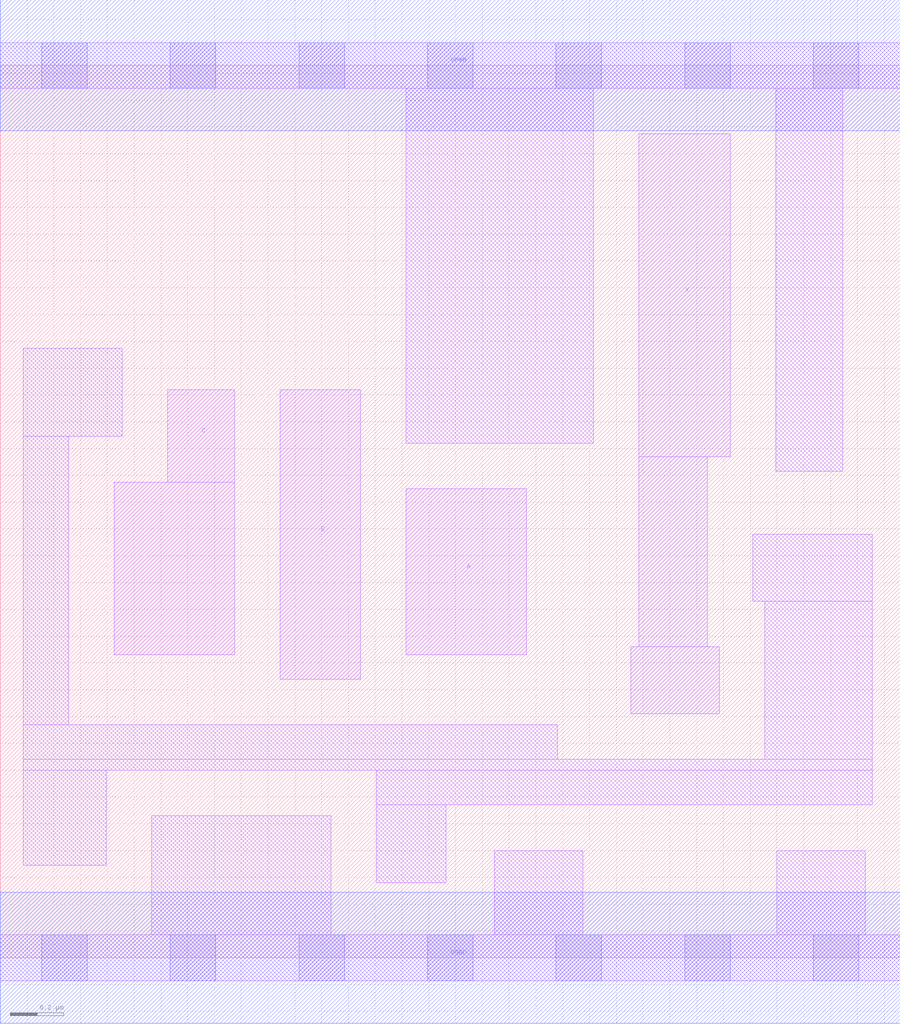
<source format=lef>
# Copyright 2020 The SkyWater PDK Authors
#
# Licensed under the Apache License, Version 2.0 (the "License");
# you may not use this file except in compliance with the License.
# You may obtain a copy of the License at
#
#     https://www.apache.org/licenses/LICENSE-2.0
#
# Unless required by applicable law or agreed to in writing, software
# distributed under the License is distributed on an "AS IS" BASIS,
# WITHOUT WARRANTIES OR CONDITIONS OF ANY KIND, either express or implied.
# See the License for the specific language governing permissions and
# limitations under the License.
#
# SPDX-License-Identifier: Apache-2.0

VERSION 5.7 ;
  NOWIREEXTENSIONATPIN ON ;
  DIVIDERCHAR "/" ;
  BUSBITCHARS "[]" ;
UNITS
  DATABASE MICRONS 200 ;
END UNITS
MACRO sky130_fd_sc_lp__or3_2
  CLASS CORE ;
  FOREIGN sky130_fd_sc_lp__or3_2 ;
  ORIGIN  0.000000  0.000000 ;
  SIZE  3.360000 BY  3.330000 ;
  SYMMETRY X Y R90 ;
  SITE unit ;
  PIN A
    ANTENNAGATEAREA  0.126000 ;
    DIRECTION INPUT ;
    USE SIGNAL ;
    PORT
      LAYER li1 ;
        RECT 1.515000 1.130000 1.965000 1.750000 ;
    END
  END A
  PIN B
    ANTENNAGATEAREA  0.126000 ;
    DIRECTION INPUT ;
    USE SIGNAL ;
    PORT
      LAYER li1 ;
        RECT 1.045000 1.040000 1.345000 2.120000 ;
    END
  END B
  PIN C
    ANTENNAGATEAREA  0.126000 ;
    DIRECTION INPUT ;
    USE SIGNAL ;
    PORT
      LAYER li1 ;
        RECT 0.425000 1.130000 0.875000 1.775000 ;
        RECT 0.625000 1.775000 0.875000 2.120000 ;
    END
  END C
  PIN X
    ANTENNADIFFAREA  0.588000 ;
    DIRECTION OUTPUT ;
    USE SIGNAL ;
    PORT
      LAYER li1 ;
        RECT 2.355000 0.910000 2.685000 1.160000 ;
        RECT 2.385000 1.160000 2.640000 1.870000 ;
        RECT 2.385000 1.870000 2.725000 3.075000 ;
    END
  END X
  PIN VGND
    DIRECTION INOUT ;
    USE GROUND ;
    PORT
      LAYER met1 ;
        RECT 0.000000 -0.245000 3.360000 0.245000 ;
    END
  END VGND
  PIN VPWR
    DIRECTION INOUT ;
    USE POWER ;
    PORT
      LAYER met1 ;
        RECT 0.000000 3.085000 3.360000 3.575000 ;
    END
  END VPWR
  OBS
    LAYER li1 ;
      RECT 0.000000 -0.085000 3.360000 0.085000 ;
      RECT 0.000000  3.245000 3.360000 3.415000 ;
      RECT 0.085000  0.345000 0.395000 0.700000 ;
      RECT 0.085000  0.700000 3.255000 0.740000 ;
      RECT 0.085000  0.740000 2.080000 0.870000 ;
      RECT 0.085000  0.870000 0.255000 1.945000 ;
      RECT 0.085000  1.945000 0.455000 2.275000 ;
      RECT 0.565000  0.085000 1.235000 0.530000 ;
      RECT 1.405000  0.280000 1.665000 0.570000 ;
      RECT 1.405000  0.570000 3.255000 0.700000 ;
      RECT 1.515000  1.920000 2.215000 3.245000 ;
      RECT 1.845000  0.085000 2.175000 0.400000 ;
      RECT 2.810000  1.330000 3.255000 1.580000 ;
      RECT 2.855000  0.740000 3.255000 1.330000 ;
      RECT 2.895000  1.815000 3.145000 3.245000 ;
      RECT 2.900000  0.085000 3.230000 0.400000 ;
    LAYER mcon ;
      RECT 0.155000 -0.085000 0.325000 0.085000 ;
      RECT 0.155000  3.245000 0.325000 3.415000 ;
      RECT 0.635000 -0.085000 0.805000 0.085000 ;
      RECT 0.635000  3.245000 0.805000 3.415000 ;
      RECT 1.115000 -0.085000 1.285000 0.085000 ;
      RECT 1.115000  3.245000 1.285000 3.415000 ;
      RECT 1.595000 -0.085000 1.765000 0.085000 ;
      RECT 1.595000  3.245000 1.765000 3.415000 ;
      RECT 2.075000 -0.085000 2.245000 0.085000 ;
      RECT 2.075000  3.245000 2.245000 3.415000 ;
      RECT 2.555000 -0.085000 2.725000 0.085000 ;
      RECT 2.555000  3.245000 2.725000 3.415000 ;
      RECT 3.035000 -0.085000 3.205000 0.085000 ;
      RECT 3.035000  3.245000 3.205000 3.415000 ;
  END
END sky130_fd_sc_lp__or3_2
END LIBRARY

</source>
